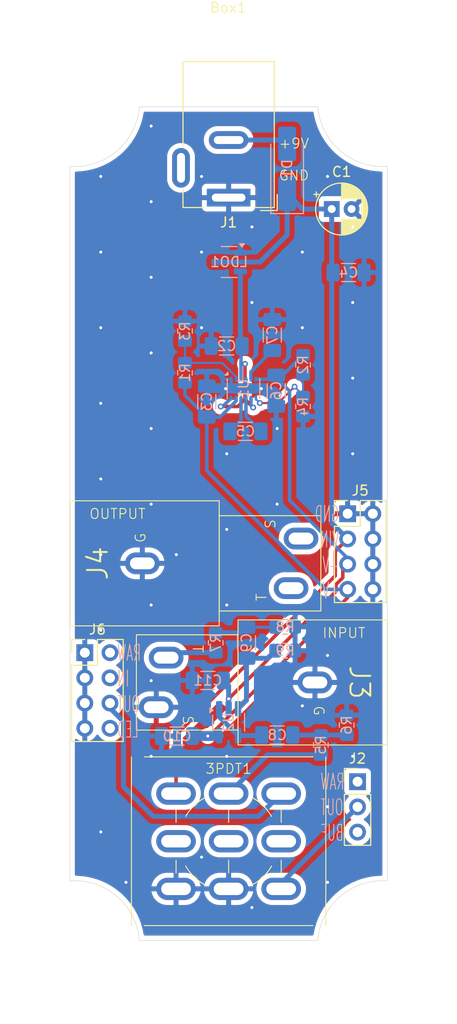
<source format=kicad_pcb>
(kicad_pcb (version 20240108) (generator "pcbnew") (generator_version "8.0")
  (layers (0 "F.Cu" jumper) (1 "In1.Cu" signal) (2 "In2.Cu" signal) (31 "B.Cu" signal) (34 "B.Paste" user) (35 "F.Paste" user) (36 "B.SilkS" user "B.Silkscreen") (37 "F.SilkS" user "F.Silkscreen") (38 "B.Mask" user) (39 "F.Mask" user) (44 "Edge.Cuts" user))
  (net 0 "")
  (net 1 "GND")
  (net 2 "VIN")
  (net 3 "+5V")
  (net 4 "Net-(U1-C+)")
  (net 5 "Net-(U1-C-)")
  (net 6 "+V")
  (net 7 "Net-(D1-A)")
  (net 8 "-V")
  (net 9 "LED")
  (net 10 "Net-(U1-CP)")
  (net 11 "Net-(U2--)")
  (net 12 "OUT^{RAW_OR_BUF}")
  (net 13 "IN^{RAW}")
  (net 14 "OUT^{RAW}")
  (net 16 "BUFFERED")
  (net 17 "IN^{EFF}")
  (net 18 "OUT^{EFF}")
  (net 19 "IN")
  (net 20 "FB+")
  (net 22 "FB-")
  (net 23 "Net-(C8-Pad2)")
  (net 24 "Net-(C9-Pad1)")
  (footprint "Connector_PinHeader_2.54mm:PinHeader_1x03_P2.54mm_Vertical" (layer "F.Cu") (at 113 126)
    (property "Reference" "J2" (at 0 -2.33 0) (layer "F.SilkS"))
    (property "Value" "Conn_01x03_Pin")
    (pad "1" thru_hole rect (at 0 0) (size 1.7 1.7) (drill 1) (layers "*.Cu" "*.Mask" "In3.Cu" "In4.Cu" "In5.Cu" "In6.Cu" "In7.Cu" "In8.Cu" "In9.Cu" "In10.Cu" "In11.Cu" "In12.Cu" "In13.Cu" "In14.Cu" "In15.Cu" "In16.Cu" "In17.Cu" "In18.Cu" "In19.Cu" "In20.Cu" "In21.Cu" "In22.Cu" "In23.Cu" "In24.Cu" "In25.Cu" "In26.Cu" "In27.Cu" "In28.Cu" "In29.Cu" "In30.Cu") (net 13 "IN^{RAW}"))
    (pad "2" thru_hole oval (at 0 2.54) (size 1.7 1.7) (drill 1) (layers "*.Cu" "*.Mask" "In3.Cu" "In4.Cu" "In5.Cu" "In6.Cu" "In7.Cu" "In8.Cu" "In9.Cu" "In10.Cu" "In11.Cu" "In12.Cu" "In13.Cu" "In14.Cu" "In15.Cu" "In16.Cu" "In17.Cu" "In18.Cu" "In19.Cu" "In20.Cu" "In21.Cu" "In22.Cu" "In23.Cu" "In24.Cu" "In25.Cu" "In26.Cu" "In27.Cu" "In28.Cu" "In29.Cu" "In30.Cu") (net 12 "OUT^{RAW_OR_BUF}"))
    (pad "3" thru_hole oval (at 0 5.08) (size 1.7 1.7) (drill 1) (layers "*.Cu" "*.Mask" "In3.Cu" "In4.Cu" "In5.Cu" "In6.Cu" "In7.Cu" "In8.Cu" "In9.Cu" "In10.Cu" "In11.Cu" "In12.Cu" "In13.Cu" "In14.Cu" "In15.Cu" "In16.Cu" "In17.Cu" "In18.Cu" "In19.Cu" "In20.Cu" "In21.Cu" "In22.Cu" "In23.Cu" "In24.Cu" "In25.Cu" "In26.Cu" "In27.Cu" "In28.Cu" "In29.Cu" "In30.Cu") (net 16 "BUFFERED"))
  )
  (footprint "Connector_PinHeader_2.54mm:PinHeader_2x04_P2.54mm_Vertical" (layer "F.Cu") (at 112 99)
    (property "Reference" "J5" (at 1.27 -2.33 0) (layer "F.SilkS"))
    (property "Value" "Conn_02x04_Odd_Even")
    (pad "1" thru_hole rect (at 0 0) (size 1.7 1.7) (drill 1) (layers "*.Cu" "*.Mask" "In3.Cu" "In4.Cu" "In5.Cu" "In6.Cu" "In7.Cu" "In8.Cu" "In9.Cu" "In10.Cu" "In11.Cu" "In12.Cu" "In13.Cu" "In14.Cu" "In15.Cu" "In16.Cu" "In17.Cu" "In18.Cu" "In19.Cu" "In20.Cu" "In21.Cu" "In22.Cu" "In23.Cu" "In24.Cu" "In25.Cu" "In26.Cu" "In27.Cu" "In28.Cu" "In29.Cu" "In30.Cu") (net 1 "GND"))
    (pad "2" thru_hole oval (at 2.54 0) (size 1.7 1.7) (drill 1) (layers "*.Cu" "*.Mask" "In3.Cu" "In4.Cu" "In5.Cu" "In6.Cu" "In7.Cu" "In8.Cu" "In9.Cu" "In10.Cu" "In11.Cu" "In12.Cu" "In13.Cu" "In14.Cu" "In15.Cu" "In16.Cu" "In17.Cu" "In18.Cu" "In19.Cu" "In20.Cu" "In21.Cu" "In22.Cu" "In23.Cu" "In24.Cu" "In25.Cu" "In26.Cu" "In27.Cu" "In28.Cu" "In29.Cu" "In30.Cu") (net 1 "GND"))
    (pad "3" thru_hole oval (at 0 2.54) (size 1.7 1.7) (drill 1) (layers "*.Cu" "*.Mask" "In3.Cu" "In4.Cu" "In5.Cu" "In6.Cu" "In7.Cu" "In8.Cu" "In9.Cu" "In10.Cu" "In11.Cu" "In12.Cu" "In13.Cu" "In14.Cu" "In15.Cu" "In16.Cu" "In17.Cu" "In18.Cu" "In19.Cu" "In20.Cu" "In21.Cu" "In22.Cu" "In23.Cu" "In24.Cu" "In25.Cu" "In26.Cu" "In27.Cu" "In28.Cu" "In29.Cu" "In30.Cu") (net 2 "VIN"))
    (pad "4" thru_hole oval (at 2.54 2.54) (size 1.7 1.7) (drill 1) (layers "*.Cu" "*.Mask" "In3.Cu" "In4.Cu" "In5.Cu" "In6.Cu" "In7.Cu" "In8.Cu" "In9.Cu" "In10.Cu" "In11.Cu" "In12.Cu" "In13.Cu" "In14.Cu" "In15.Cu" "In16.Cu" "In17.Cu" "In18.Cu" "In19.Cu" "In20.Cu" "In21.Cu" "In22.Cu" "In23.Cu" "In24.Cu" "In25.Cu" "In26.Cu" "In27.Cu" "In28.Cu" "In29.Cu" "In30.Cu") (net 1 "GND"))
    (pad "5" thru_hole oval (at 0 5.08) (size 1.7 1.7) (drill 1) (layers "*.Cu" "*.Mask" "In3.Cu" "In4.Cu" "In5.Cu" "In6.Cu" "In7.Cu" "In8.Cu" "In9.Cu" "In10.Cu" "In11.Cu" "In12.Cu" "In13.Cu" "In14.Cu" "In15.Cu" "In16.Cu" "In17.Cu" "In18.Cu" "In19.Cu" "In20.Cu" "In21.Cu" "In22.Cu" "In23.Cu" "In24.Cu" "In25.Cu" "In26.Cu" "In27.Cu" "In28.Cu" "In29.Cu" "In30.Cu") (net 8 "-V"))
    (pad "6" thru_hole oval (at 2.54 5.08) (size 1.7 1.7) (drill 1) (layers "*.Cu" "*.Mask" "In3.Cu" "In4.Cu" "In5.Cu" "In6.Cu" "In7.Cu" "In8.Cu" "In9.Cu" "In10.Cu" "In11.Cu" "In12.Cu" "In13.Cu" "In14.Cu" "In15.Cu" "In16.Cu" "In17.Cu" "In18.Cu" "In19.Cu" "In20.Cu" "In21.Cu" "In22.Cu" "In23.Cu" "In24.Cu" "In25.Cu" "In26.Cu" "In27.Cu" "In28.Cu" "In29.Cu" "In30.Cu") (net 1 "GND"))
    (pad "7" thru_hole oval (at 0 7.62) (size 1.7 1.7) (drill 1) (layers "*.Cu" "*.Mask" "In3.Cu" "In4.Cu" "In5.Cu" "In6.Cu" "In7.Cu" "In8.Cu" "In9.Cu" "In10.Cu" "In11.Cu" "In12.Cu" "In13.Cu" "In14.Cu" "In15.Cu" "In16.Cu" "In17.Cu" "In18.Cu" "In19.Cu" "In20.Cu" "In21.Cu" "In22.Cu" "In23.Cu" "In24.Cu" "In25.Cu" "In26.Cu" "In27.Cu" "In28.Cu" "In29.Cu" "In30.Cu") (net 6 "+V"))
    (pad "8" thru_hole oval (at 2.54 7.62) (size 1.7 1.7) (drill 1) (layers "*.Cu" "*.Mask" "In3.Cu" "In4.Cu" "In5.Cu" "In6.Cu" "In7.Cu" "In8.Cu" "In9.Cu" "In10.Cu" "In11.Cu" "In12.Cu" "In13.Cu" "In14.Cu" "In15.Cu" "In16.Cu" "In17.Cu" "In18.Cu" "In19.Cu" "In20.Cu" "In21.Cu" "In22.Cu" "In23.Cu" "In24.Cu" "In25.Cu" "In26.Cu" "In27.Cu" "In28.Cu" "In29.Cu" "In30.Cu") (net 1 "GND"))
  )
  (footprint "Mylib:1590A" (layer "F.Cu") (at 100 100)
    (property "Reference" "Box1" (at -0.05 -52 0) (layer "F.SilkS") (effects (font (thickness 0.1))))
    (property "Value" "1590A")
  )
  (footprint "Mylib:3PDT-Stomp-Switch" (layer "F.Cu") (at 100 132)
    (property "Reference" "3PDT1" (at 0 -7.3 0) (layer "F.SilkS") (effects (font (thickness 0.1))))
    (property "Value" "StompSwitch")
    (pad "1" thru_hole oval (at -5.3 -4.8) (size 4 2.25) (drill oval 3 1.25) (layers "*.Cu" "*.Mask" "In3.Cu" "In4.Cu" "In5.Cu" "In6.Cu" "In7.Cu" "In8.Cu" "In9.Cu" "In10.Cu" "In11.Cu" "In12.Cu" "In13.Cu" "In14.Cu" "In15.Cu" "In16.Cu" "In17.Cu" "In18.Cu" "In19.Cu" "In20.Cu" "In21.Cu" "In22.Cu" "In23.Cu" "In24.Cu" "In25.Cu" "In26.Cu" "In27.Cu" "In28.Cu" "In29.Cu" "In30.Cu") (net 2 "VIN"))
    (pad "2" thru_hole oval (at -5.3 0) (size 4 2.25) (drill oval 3 1.25) (layers "*.Cu" "*.Mask" "In3.Cu" "In4.Cu" "In5.Cu" "In6.Cu" "In7.Cu" "In8.Cu" "In9.Cu" "In10.Cu" "In11.Cu" "In12.Cu" "In13.Cu" "In14.Cu" "In15.Cu" "In16.Cu" "In17.Cu" "In18.Cu" "In19.Cu" "In20.Cu" "In21.Cu" "In22.Cu" "In23.Cu" "In24.Cu" "In25.Cu" "In26.Cu" "In27.Cu" "In28.Cu" "In29.Cu" "In30.Cu") (net 9 "LED"))
    (pad "3" thru_hole oval (at -5.3 4.8) (size 4 2.25) (drill oval 3 1.25) (layers "*.Cu" "*.Mask" "In3.Cu" "In4.Cu" "In5.Cu" "In6.Cu" "In7.Cu" "In8.Cu" "In9.Cu" "In10.Cu" "In11.Cu" "In12.Cu" "In13.Cu" "In14.Cu" "In15.Cu" "In16.Cu" "In17.Cu" "In18.Cu" "In19.Cu" "In20.Cu" "In21.Cu" "In22.Cu" "In23.Cu" "In24.Cu" "In25.Cu" "In26.Cu" "In27.Cu" "In28.Cu" "In29.Cu" "In30.Cu") (net 1 "GND"))
    (pad "4" thru_hole oval (at 0 -4.8) (size 4 2.25) (drill oval 3 1.25) (layers "*.Cu" "*.Mask" "In3.Cu" "In4.Cu" "In5.Cu" "In6.Cu" "In7.Cu" "In8.Cu" "In9.Cu" "In10.Cu" "In11.Cu" "In12.Cu" "In13.Cu" "In14.Cu" "In15.Cu" "In16.Cu" "In17.Cu" "In18.Cu" "In19.Cu" "In20.Cu" "In21.Cu" "In22.Cu" "In23.Cu" "In24.Cu" "In25.Cu" "In26.Cu" "In27.Cu" "In28.Cu" "In29.Cu" "In30.Cu") (net 16 "BUFFERED"))
    (pad "5" thru_hole oval (at 0 0) (size 4 2.25) (drill oval 3 1.25) (layers "*.Cu" "*.Mask" "In3.Cu" "In4.Cu" "In5.Cu" "In6.Cu" "In7.Cu" "In8.Cu" "In9.Cu" "In10.Cu" "In11.Cu" "In12.Cu" "In13.Cu" "In14.Cu" "In15.Cu" "In16.Cu" "In17.Cu" "In18.Cu" "In19.Cu" "In20.Cu" "In21.Cu" "In22.Cu" "In23.Cu" "In24.Cu" "In25.Cu" "In26.Cu" "In27.Cu" "In28.Cu" "In29.Cu" "In30.Cu") (net 17 "IN^{EFF}"))
    (pad "6" thru_hole oval (at 0 4.8) (size 4 2.25) (drill oval 3 1.25) (layers "*.Cu" "*.Mask" "In3.Cu" "In4.Cu" "In5.Cu" "In6.Cu" "In7.Cu" "In8.Cu" "In9.Cu" "In10.Cu" "In11.Cu" "In12.Cu" "In13.Cu" "In14.Cu" "In15.Cu" "In16.Cu" "In17.Cu" "In18.Cu" "In19.Cu" "In20.Cu" "In21.Cu" "In22.Cu" "In23.Cu" "In24.Cu" "In25.Cu" "In26.Cu" "In27.Cu" "In28.Cu" "In29.Cu" "In30.Cu") (net 1 "GND"))
    (pad "7" thru_hole oval (at 5.3 -4.8) (size 4 2.25) (drill oval 3 1.25) (layers "*.Cu" "*.Mask" "In3.Cu" "In4.Cu" "In5.Cu" "In6.Cu" "In7.Cu" "In8.Cu" "In9.Cu" "In10.Cu" "In11.Cu" "In12.Cu" "In13.Cu" "In14.Cu" "In15.Cu" "In16.Cu" "In17.Cu" "In18.Cu" "In19.Cu" "In20.Cu" "In21.Cu" "In22.Cu" "In23.Cu" "In24.Cu" "In25.Cu" "In26.Cu" "In27.Cu" "In28.Cu" "In29.Cu" "In30.Cu") (net 18 "OUT^{EFF}"))
    (pad "8" thru_hole oval (at 5.3 0) (size 4 2.25) (drill oval 3 1.25) (layers "*.Cu" "*.Mask" "In3.Cu" "In4.Cu" "In5.Cu" "In6.Cu" "In7.Cu" "In8.Cu" "In9.Cu" "In10.Cu" "In11.Cu" "In12.Cu" "In13.Cu" "In14.Cu" "In15.Cu" "In16.Cu" "In17.Cu" "In18.Cu" "In19.Cu" "In20.Cu" "In21.Cu" "In22.Cu" "In23.Cu" "In24.Cu" "In25.Cu" "In26.Cu" "In27.Cu" "In28.Cu" "In29.Cu" "In30.Cu") (net 14 "OUT^{RAW}"))
    (pad "9" thru_hole oval (at 5.3 4.8) (size 4 2.25) (drill oval 3 1.25) (layers "*.Cu" "*.Mask" "In3.Cu" "In4.Cu" "In5.Cu" "In6.Cu" "In7.Cu" "In8.Cu" "In9.Cu" "In10.Cu" "In11.Cu" "In12.Cu" "In13.Cu" "In14.Cu" "In15.Cu" "In16.Cu" "In17.Cu" "In18.Cu" "In19.Cu" "In20.Cu" "In21.Cu" "In22.Cu" "In23.Cu" "In24.Cu" "In25.Cu" "In26.Cu" "In27.Cu" "In28.Cu" "In29.Cu" "In30.Cu") (net 12 "OUT^{RAW_OR_BUF}"))
  )
  (footprint "Connector_PinHeader_2.54mm:PinHeader_2x04_P2.54mm_Vertical" (layer "F.Cu") (at 85.5 113)
    (property "Reference" "J6" (at 1.27 -2.33 0) (layer "F.SilkS"))
    (property "Value" "Conn_02x04_Odd_Even")
    (pad "1" thru_hole rect (at 0 0) (size 1.7 1.7) (drill 1) (layers "*.Cu" "*.Mask" "In3.Cu" "In4.Cu" "In5.Cu" "In6.Cu" "In7.Cu" "In8.Cu" "In9.Cu" "In10.Cu" "In11.Cu" "In12.Cu" "In13.Cu" "In14.Cu" "In15.Cu" "In16.Cu" "In17.Cu" "In18.Cu" "In19.Cu" "In20.Cu" "In21.Cu" "In22.Cu" "In23.Cu" "In24.Cu" "In25.Cu" "In26.Cu" "In27.Cu" "In28.Cu" "In29.Cu" "In30.Cu") (net 1 "GND"))
    (pad "2" thru_hole oval (at 2.54 0) (size 1.7 1.7) (drill 1) (layers "*.Cu" "*.Mask" "In3.Cu" "In4.Cu" "In5.Cu" "In6.Cu" "In7.Cu" "In8.Cu" "In9.Cu" "In10.Cu" "In11.Cu" "In12.Cu" "In13.Cu" "In14.Cu" "In15.Cu" "In16.Cu" "In17.Cu" "In18.Cu" "In19.Cu" "In20.Cu" "In21.Cu" "In22.Cu" "In23.Cu" "In24.Cu" "In25.Cu" "In26.Cu" "In27.Cu" "In28.Cu" "In29.Cu" "In30.Cu") (net 13 "IN^{RAW}"))
    (pad "3" thru_hole oval (at 0 2.54) (size 1.7 1.7) (drill 1) (layers "*.Cu" "*.Mask" "In3.Cu" "In4.Cu" "In5.Cu" "In6.Cu" "In7.Cu" "In8.Cu" "In9.Cu" "In10.Cu" "In11.Cu" "In12.Cu" "In13.Cu" "In14.Cu" "In15.Cu" "In16.Cu" "In17.Cu" "In18.Cu" "In19.Cu" "In20.Cu" "In21.Cu" "In22.Cu" "In23.Cu" "In24.Cu" "In25.Cu" "In26.Cu" "In27.Cu" "In28.Cu" "In29.Cu" "In30.Cu") (net 1 "GND"))
    (pad "4" thru_hole oval (at 2.54 2.54) (size 1.7 1.7) (drill 1) (layers "*.Cu" "*.Mask" "In3.Cu" "In4.Cu" "In5.Cu" "In6.Cu" "In7.Cu" "In8.Cu" "In9.Cu" "In10.Cu" "In11.Cu" "In12.Cu" "In13.Cu" "In14.Cu" "In15.Cu" "In16.Cu" "In17.Cu" "In18.Cu" "In19.Cu" "In20.Cu" "In21.Cu" "In22.Cu" "In23.Cu" "In24.Cu" "In25.Cu" "In26.Cu" "In27.Cu" "In28.Cu" "In29.Cu" "In30.Cu") (net 17 "IN^{EFF}"))
    (pad "5" thru_hole oval (at 0 5.08) (size 1.7 1.7) (drill 1) (layers "*.Cu" "*.Mask" "In3.Cu" "In4.Cu" "In5.Cu" "In6.Cu" "In7.Cu" "In8.Cu" "In9.Cu" "In10.Cu" "In11.Cu" "In12.Cu" "In13.Cu" "In14.Cu" "In15.Cu" "In16.Cu" "In17.Cu" "In18.Cu" "In19.Cu" "In20.Cu" "In21.Cu" "In22.Cu" "In23.Cu" "In24.Cu" "In25.Cu" "In26.Cu" "In27.Cu" "In28.Cu" "In29.Cu" "In30.Cu") (net 1 "GND"))
    (pad "6" thru_hole oval (at 2.54 5.08) (size 1.7 1.7) (drill 1) (layers "*.Cu" "*.Mask" "In3.Cu" "In4.Cu" "In5.Cu" "In6.Cu" "In7.Cu" "In8.Cu" "In9.Cu" "In10.Cu" "In11.Cu" "In12.Cu" "In13.Cu" "In14.Cu" "In15.Cu" "In16.Cu" "In17.Cu" "In18.Cu" "In19.Cu" "In20.Cu" "In21.Cu" "In22.Cu" "In23.Cu" "In24.Cu" "In25.Cu" "In26.Cu" "In27.Cu" "In28.Cu" "In29.Cu" "In30.Cu") (net 18 "OUT^{EFF}"))
    (pad "7" thru_hole oval (at 0 7.62) (size 1.7 1.7) (drill 1) (layers "*.Cu" "*.Mask" "In3.Cu" "In4.Cu" "In5.Cu" "In6.Cu" "In7.Cu" "In8.Cu" "In9.Cu" "In10.Cu" "In11.Cu" "In12.Cu" "In13.Cu" "In14.Cu" "In15.Cu" "In16.Cu" "In17.Cu" "In18.Cu" "In19.Cu" "In20.Cu" "In21.Cu" "In22.Cu" "In23.Cu" "In24.Cu" "In25.Cu" "In26.Cu" "In27.Cu" "In28.Cu" "In29.Cu" "In30.Cu") (net 1 "GND"))
    (pad "8" thru_hole oval (at 2.54 7.62) (size 1.7 1.7) (drill 1) (layers "*.Cu" "*.Mask" "In3.Cu" "In4.Cu" "In5.Cu" "In6.Cu" "In7.Cu" "In8.Cu" "In9.Cu" "In10.Cu" "In11.Cu" "In12.Cu" "In13.Cu" "In14.Cu" "In15.Cu" "In16.Cu" "In17.Cu" "In18.Cu" "In19.Cu" "In20.Cu" "In21.Cu" "In22.Cu" "In23.Cu" "In24.Cu" "In25.Cu" "In26.Cu" "In27.Cu" "In28.Cu" "In29.Cu" "In30.Cu") (net 9 "LED"))
  )
  (footprint "Mylib:CK-6.35" (layer "F.Cu") (at 103.2 116 180)
    (property "Reference" "J3" (at -10 0 -90) (layer "F.SilkS") (effects (font (size 2 2) (thickness 0.2))))
    (property "Value" "AudioJack2_Ground")
    (fp_text user "G" (at -5.3 -2.275 -90) (layer "F.SilkS") (effects (font (thickness 0.1)) (justify left bottom)))
    (fp_text user "T" (at 6.9 3.825 -90) (layer "F.SilkS") (effects (font (thickness 0.1)) (justify left bottom)))
    (fp_text user "S" (at 7.9 -3.275 -90) (layer "F.SilkS") (effects (font (thickness 0.1)) (justify left bottom)))
    (pad "G" thru_hole oval (at -5.5 0 180) (size 3.5 2.2) (drill oval 2.5 1.2) (layers "*.Cu" "*.Mask" "In3.Cu" "In4.Cu" "In5.Cu" "In6.Cu" "In7.Cu" "In8.Cu" "In9.Cu" "In10.Cu" "In11.Cu" "In12.Cu" "In13.Cu" "In14.Cu" "In15.Cu" "In16.Cu" "In17.Cu" "In18.Cu" "In19.Cu" "In20.Cu" "In21.Cu" "In22.Cu" "In23.Cu" "In24.Cu" "In25.Cu" "In26.Cu" "In27.Cu" "In28.Cu" "In29.Cu" "In30.Cu") (net 1 "GND"))
    (pad "S" thru_hole oval (at 10.5 -2.5 180) (size 3.5 2.2) (drill oval 2.5 1.2) (layers "*.Cu" "*.Mask" "In3.Cu" "In4.Cu" "In5.Cu" "In6.Cu" "In7.Cu" "In8.Cu" "In9.Cu" "In10.Cu" "In11.Cu" "In12.Cu" "In13.Cu" "In14.Cu" "In15.Cu" "In16.Cu" "In17.Cu" "In18.Cu" "In19.Cu" "In20.Cu" "In21.Cu" "In22.Cu" "In23.Cu" "In24.Cu" "In25.Cu" "In26.Cu" "In27.Cu" "In28.Cu" "In29.Cu" "In30.Cu") (net 1 "GND"))
    (pad "T" thru_hole oval (at 9.5 2.5 180) (size 3.5 2.2) (drill oval 2.5 1.2) (layers "*.Cu" "*.Mask" "In3.Cu" "In4.Cu" "In5.Cu" "In6.Cu" "In7.Cu" "In8.Cu" "In9.Cu" "In10.Cu" "In11.Cu" "In12.Cu" "In13.Cu" "In14.Cu" "In15.Cu" "In16.Cu" "In17.Cu" "In18.Cu" "In19.Cu" "In20.Cu" "In21.Cu" "In22.Cu" "In23.Cu" "In24.Cu" "In25.Cu" "In26.Cu" "In27.Cu" "In28.Cu" "In29.Cu" "In30.Cu") (net 13 "IN^{RAW}"))
  )
  (footprint "Capacitor_THT:CP_Radial_D5.0mm_P2.00mm" (layer "F.Cu") (at 110.394888 68.3)
    (property "Reference" "C1" (at 1 -3.75 0) (layer "F.SilkS"))
    (property "Value" "47uF")
    (pad "1" thru_hole rect (at 0 0) (size 1.6 1.6) (drill 0.8) (layers "*.Cu" "*.Mask" "In3.Cu" "In4.Cu" "In5.Cu" "In6.Cu" "In7.Cu" "In8.Cu" "In9.Cu" "In10.Cu" "In11.Cu" "In12.Cu" "In13.Cu" "In14.Cu" "In15.Cu" "In16.Cu" "In17.Cu" "In18.Cu" "In19.Cu" "In20.Cu" "In21.Cu" "In22.Cu" "In23.Cu" "In24.Cu" "In25.Cu" "In26.Cu" "In27.Cu" "In28.Cu" "In29.Cu" "In30.Cu") (net 2 "VIN"))
    (pad "2" thru_hole circle (at 2 0) (size 1.6 1.6) (drill 0.8) (layers "*.Cu" "*.Mask" "In3.Cu" "In4.Cu" "In5.Cu" "In6.Cu" "In7.Cu" "In8.Cu" "In9.Cu" "In10.Cu" "In11.Cu" "In12.Cu" "In13.Cu" "In14.Cu" "In15.Cu" "In16.Cu" "In17.Cu" "In18.Cu" "In19.Cu" "In20.Cu" "In21.Cu" "In22.Cu" "In23.Cu" "In24.Cu" "In25.Cu" "In26.Cu" "In27.Cu" "In28.Cu" "In29.Cu" "In30.Cu") (net 1 "GND"))
  )
  (footprint "Connector_BarrelJack:BarrelJack_Wuerth_6941xx301002" (layer "F.Cu") (at 100 67.15 180)
    (property "Reference" "J1" (at 0 -2.5 0) (layer "F.SilkS"))
    (property "Value" "Barrel_Jack_Switch")
    (pad "1" thru_hole rect (at 0 0 180) (size 4.4 1.8) (drill oval 3.4 0.8) (layers "*.Cu" "*.Mask" "In3.Cu" "In4.Cu" "In5.Cu" "In6.Cu" "In7.Cu" "In8.Cu" "In9.Cu" "In10.Cu" "In11.Cu" "In12.Cu" "In13.Cu" "In14.Cu" "In15.Cu" "In16.Cu" "In17.Cu" "In18.Cu" "In19.Cu" "In20.Cu" "In21.Cu" "In22.Cu" "In23.Cu" "In24.Cu" "In25.Cu" "In26.Cu" "In27.Cu" "In28.Cu" "In29.Cu" "In30.Cu") (net 1 "GND"))
    (pad "2" thru_hole oval (at 0 5.8 180) (size 4 1.8) (drill oval 3 0.8) (layers "*.Cu" "*.Mask" "In3.Cu" "In4.Cu" "In5.Cu" "In6.Cu" "In7.Cu" "In8.Cu" "In9.Cu" "In10.Cu" "In11.Cu" "In12.Cu" "In13.Cu" "In14.Cu" "In15.Cu" "In16.Cu" "In17.Cu" "In18.Cu" "In19.Cu" "In20.Cu" "In21.Cu" "In22.Cu" "In23.Cu" "In24.Cu" "In25.Cu" "In26.Cu" "In27.Cu" "In28.Cu" "In29.Cu" "In30.Cu") (net 7 "Net-(D1-A)"))
    (pad "3" thru_hole oval (at 4.8 3 270) (size 4 1.8) (drill oval 3 0.8) (layers "*.Cu" "*.Mask" "In3.Cu" "In4.Cu" "In5.Cu" "In6.Cu" "In7.Cu" "In8.Cu" "In9.Cu" "In10.Cu" "In11.Cu" "In12.Cu" "In13.Cu" "In14.Cu" "In15.Cu" "In16.Cu" "In17.Cu" "In18.Cu" "In19.Cu" "In20.Cu" "In21.Cu" "In22.Cu" "In23.Cu" "In24.Cu" "In25.Cu" "In26.Cu" "In27.Cu" "In28.Cu" "In29.Cu" "In30.Cu"))
  )
  (footprint "Mylib:CK-6.35" (layer "F.Cu") (at 96.8 104)
    (property "Reference" "J4" (at -10 0 90) (layer "F.SilkS") (effects (font (size 2 2) (thickness 0.2))))
    (property "Value" "AudioJack2_Ground")
    (fp_text user "G" (at -5.1 -2 90) (layer "F.SilkS") (effects (font (thickness 0.1)) (justify left bottom)))
    (fp_text user "T" (at 7.1 3.875 90) (layer "F.SilkS") (effects (font (thickness 0.1)) (justify left bottom)))
    (fp_text user "S" (at 8 -3.425 90) (layer "F.SilkS") (effects (font (thickness 0.1)) (justify left bottom)))
    (pad "G" thru_hole oval (at -5.5 0) (size 3.5 2.2) (drill oval 2.5 1.2) (layers "*.Cu" "*.Mask" "In3.Cu" "In4.Cu" "In5.Cu" "In6.Cu" "In7.Cu" "In8.Cu" "In9.Cu" "In10.Cu" "In11.Cu" "In12.Cu" "In13.Cu" "In14.Cu" "In15.Cu" "In16.Cu" "In17.Cu" "In18.Cu" "In19.Cu" "In20.Cu" "In21.Cu" "In22.Cu" "In23.Cu" "In24.Cu" "In25.Cu" "In26.Cu" "In27.Cu" "In28.Cu" "In29.Cu" "In30.Cu") (net 1 "GND"))
    (pad "S" thru_hole oval (at 10.5 -2.5) (size 3.5 2.2) (drill oval 2.5 1.2) (layers "*.Cu" "*.Mask" "In3.Cu" "In4.Cu" "In5.Cu" "In6.Cu" "In7.Cu" "In8.Cu" "In9.Cu" "In10.Cu" "In11.Cu" "In12.Cu" "In13.Cu" "In14.Cu" "In15.Cu" "In16.Cu" "In17.Cu" "In18.Cu" "In19.Cu" "In20.Cu" "In21.Cu" "In22.Cu" "In23.Cu" "In24.Cu" "In25.Cu" "In26.Cu" "In27.Cu" "In28.Cu" "In29.Cu" "In30.Cu"))
    (pad "T" thru_hole oval (at 9.5 2.5) (size 3.5 2.2) (drill oval 2.5 1.2) (layers "*.Cu" "*.Mask" "In3.Cu" "In4.Cu" "In5.Cu" "In6.Cu" "In7.Cu" "In8.Cu" "In9.Cu" "In10.Cu" "In11.Cu" "In12.Cu" "In13.Cu" "In14.Cu" "In15.Cu" "In16.Cu" "In17.Cu" "In18.Cu" "In19.Cu" "In20.Cu" "In21.Cu" "In22.Cu" "In23.Cu" "In24.Cu" "In25.Cu" "In26.Cu" "In27.Cu" "In28.Cu" "In29.Cu" "In30.Cu") (net 14 "OUT^{RAW}"))
  )
  (footprint "Capacitor_SMD:C_1206_3216Metric_Pad1.33x1.80mm_HandSolder" (layer "B.Cu") (at 104.4 81 90)
    (property "Reference" "C7" (at 0 0 90) (layer "B.SilkS") (effects (justify mirror)))
    (property "Value" "4.7uF")
    (pad "1" smd roundrect (at -1.5625 0 90) (size 1.325 1.8) (layers "B.Cu" "B.Paste" "B.Mask") (roundrect_rratio 0.188679) (net 10 "Net-(U1-CP)"))
    (pad "2" smd roundrect (at 1.5625 0 90) (size 1.325 1.8) (layers "B.Cu" "B.Paste" "B.Mask") (roundrect_rratio 0.188679) (net 1 "GND"))
  )
  (footprint "Capacitor_SMD:C_1206_3216Metric_Pad1.33x1.80mm_HandSolder" (layer "B.Cu") (at 99.8 82.1 180)
    (property "Reference" "C2" (at 0 0 0) (layer "B.SilkS") (effects (justify mirror)))
    (property "Value" "4.7uF")
    (pad "1" smd roundrect (at -1.5625 0 180) (size 1.325 1.8) (layers "B.Cu" "B.Paste" "B.Mask") (roundrect_rratio 0.188679) (net 3 "+5V"))
    (pad "2" smd roundrect (at 1.5625 0 180) (size 1.325 1.8) (layers "B.Cu" "B.Paste" "B.Mask") (roundrect_rratio 0.188679) (net 1 "GND"))
  )
  (footprint "Package_SON:WSON-12-1EP_3x2mm_P0.5mm_EP1x2.65" (layer "B.Cu") (at 101.5 86.4 -90)
    (property "Reference" "U1" (at 0 0 90) (layer "B.SilkS") (effects (justify mirror)))
    (property "Value" "LM27762")
    (pad "1" smd roundrect (at -0.95 1.25 270) (size 0.5 0.25) (layers "B.Cu" "B.Paste" "B.Mask") (net 1 "GND"))
    (pad "2" smd roundrect (at -0.95 0.75 270) (size 0.5 0.25) (layers "B.Cu" "B.Paste" "B.Mask") (net 20 "FB+"))
    (pad "3" smd roundrect (at -0.95 0.25 270) (size 0.5 0.25) (layers "B.Cu" "B.Paste" "B.Mask") (net 3 "+5V"))
    (pad "4" smd roundrect (at -0.95 -0.25 270) (size 0.5 0.25) (layers "B.Cu" "B.Paste" "B.Mask") (net 1 "GND"))
    (pad "5" smd roundrect (at -0.95 -0.75 270) (size 0.5 0.25) (layers "B.Cu" "B.Paste" "B.Mask") (net 10 "Net-(U1-CP)"))
    (pad "6" smd roundrect (at -0.95 -1.25 270) (size 0.5 0.25) (layers "B.Cu" "B.Paste" "B.Mask") (net 8 "-V"))
    (pad "7" smd roundrect (at 0.95 -1.25 270) (size 0.5 0.25) (layers "B.Cu" "B.Paste" "B.Mask") (net 22 "FB-"))
    (pad "8" smd roundrect (at 0.95 -0.75 270) (size 0.5 0.25) (layers "B.Cu" "B.Paste" "B.Mask") (net 3 "+5V"))
    (pad "9" smd roundrect (at 0.95 -0.25 270) (size 0.5 0.25) (layers "B.Cu" "B.Paste" "B.Mask") (net 5 "Net-(U1-C-)"))
    (pad "10" smd roundrect (at 0.95 0.25 270) (size 0.5 0.25) (layers "B.Cu" "B.Paste" "B.Mask") (net 4 "Net-(U1-C+)"))
    (pad "11" smd roundrect (at 0.95 0.75 270) (size 0.5 0.25) (layers "B.Cu" "B.Paste" "B.Mask") (net 6 "+V"))
    (pad "12" smd roundrect (at 0.95 1.25 270) (size 0.5 0.25) (layers "B.Cu" "B.Paste" "B.Mask") (net 3 "+5V"))
    (pad "13" smd rect (at 0 0 270) (size 1 2.65) (layers "B.Cu" "B.Mask") (net 1 "GND"))
  )
  (footprint "Resistor_SMD:R_0805_2012Metric_Pad1.20x1.40mm_HandSolder" (layer "B.Cu") (at 107.5 84 -90)
    (property "Reference" "R2" (at 0 0 90) (layer "B.SilkS") (effects (justify mirror)))
    (property "Value" "200k")
    (pad "1" smd roundrect (at -1 0 270) (size 1.2 1.4) (layers "B.Cu" "B.Paste" "B.Mask") (roundrect_rratio 0.208333) (net 8 "-V"))
    (pad "2" smd roundrect (at 1 0 270) (size 1.2 1.4) (layers "B.Cu" "B.Paste" "B.Mask") (roundrect_rratio 0.208333) (net 22 "FB-"))
  )
  (footprint "Capacitor_SMD:C_1206_3216Metric_Pad1.33x1.80mm_HandSolder" (layer "B.Cu") (at 104.9 121.3)
    (property "Reference" "C8" (at 0 0 0) (layer "B.SilkS") (effects (justify mirror)))
    (property "Value" "1uF")
    (pad "1" smd roundrect (at -1.5625 0) (size 1.325 1.8) (layers "B.Cu" "B.Paste" "B.Mask") (roundrect_rratio 0.188679) (net 11 "Net-(U2--)"))
    (pad "2" smd roundrect (at 1.5625 0) (size 1.325 1.8) (layers "B.Cu" "B.Paste" "B.Mask") (roundrect_rratio 0.188679) (net 23 "Net-(C8-Pad2)"))
  )
  (footprint "Capacitor_SMD:C_1206_3216Metric_Pad1.33x1.80mm_HandSolder" (layer "B.Cu") (at 101.7 90.7 180)
    (property "Reference" "C5" (at 0 0 0) (layer "B.SilkS") (effects (justify mirror)))
    (property "Value" "1uF")
    (pad "1" smd roundrect (at -1.5625 0 180) (size 1.325 1.8) (layers "B.Cu" "B.Paste" "B.Mask") (roundrect_rratio 0.188679) (net 5 "Net-(U1-C-)"))
    (pad "2" smd roundrect (at 1.5625 0 180) (size 1.325 1.8) (layers "B.Cu" "B.Paste" "B.Mask") (roundrect_rratio 0.188679) (net 4 "Net-(U1-C+)"))
  )
  (footprint "Capacitor_SMD:C_1206_3216Metric_Pad1.33x1.80mm_HandSolder" (layer "B.Cu") (at 101.8 112 -90)
    (property "Reference" "C9" (at 0 0 90) (layer "B.SilkS") (effects (justify mirror)))
    (property "Value" "0.1uF" (hide yes))
    (pad "1" smd roundrect (at -1.5625 0 270) (size 1.325 1.8) (layers "B.Cu" "B.Paste" "B.Mask") (roundrect_rratio 0.188679) (net 24 "Net-(C9-Pad1)"))
    (pad "2" smd roundrect (at 1.5625 0 270) (size 1.325 1.8) (layers "B.Cu" "B.Paste" "B.Mask") (roundrect_rratio 0.188679) (net 19 "IN"))
  )
  (footprint "Resistor_SMD:R_0805_2012Metric_Pad1.20x1.40mm_HandSolder" (layer "B.Cu") (at 111.9 120.3 90)
    (property "Reference" "R6" (at 0 0 90) (layer "B.SilkS") (effects (justify mirror)))
    (property "Value" "470k")
    (pad "1" smd roundrect (at -1 0 90) (size 1.2 1.4) (layers "B.Cu" "B.Paste" "B.Mask") (roundrect_rratio 0.208333) (net 23 "Net-(C8-Pad2)"))
    (pad "2" smd roundrect (at 1 0 90) (size 1.2 1.4) (layers "B.Cu" "B.Paste" "B.Mask") (roundrect_rratio 0.208333) (net 1 "GND"))
  )
  (footprint "Resistor_SMD:R_0805_2012Metric_Pad1.20x1.40mm_HandSolder" (layer "B.Cu") (at 98.7 112 90)
    (property "Reference" "R7" (at 0 0 90) (layer "B.SilkS") (effects (justify mirror)))
    (property "Value" "10k" (hide yes))
    (pad "1" smd roundrect (at -1 0 90) (size 1.2 1.4) (layers "B.Cu" "B.Paste" "B.Mask") (roundrect_rratio 0.208333) (net 13 "IN^{RAW}"))
    (pad "2" smd roundrect (at 1 0 90) (size 1.2 1.4) (layers "B.Cu" "B.Paste" "B.Mask") (roundrect_rratio 0.208333) (net 24 "Net-(C9-Pad1)"))
  )
  (footprint "Resistor_SMD:R_0805_2012Metric_Pad1.20x1.40mm_HandSolder" (layer "B.Cu") (at 105.7 112.8)
    (property "Reference" "R9" (at 0 0 0) (layer "B.SilkS") (effects (justify mirror)))
    (property "Value" "470k" (hide yes))
    (pad "1" smd roundrect (at -1 0) (size 1.2 1.4) (layers "B.Cu" "B.Paste" "B.Mask") (roundrect_rratio 0.208333) (net 19 "IN"))
    (pad "2" smd roundrect (at 1 0) (size 1.2 1.4) (layers "B.Cu" "B.Paste" "B.Mask") (roundrect_rratio 0.208333) (net 1 "GND"))
  )
  (footprint "Resistor_SMD:R_0805_2012Metric_Pad1.20x1.40mm_HandSolder" (layer "B.Cu") (at 95.6 80.6 90)
    (property "Reference" "R3" (at 0 0 90) (layer "B.SilkS") (effects (justify mirror)))
    (property "Value" "82k")
    (pad "1" smd roundrect (at -1 0 90) (size 1.2 1.4) (layers "B.Cu" "B.Paste" "B.Mask") (roundrect_rratio 0.208333) (net 20 "FB+"))
    (pad "2" smd roundrect (at 1 0 90) (size 1.2 1.4) (layers "B.Cu" "B.Paste" "B.Mask") (roundrect_rratio 0.208333) (net 1 "GND"))
  )
  (footprint "Capacitor_SMD:C_1206_3216Metric_Pad1.33x1.80mm_HandSolder" (layer "B.Cu") (at 97.9 115.8 180)
    (property "Reference" "C11" (at 0 0 0) (layer "B.SilkS") (effects (justify mirror)))
    (property "Value" "0.1uF" (hide yes))
    (pad "1" smd roundrect (at -1.5625 0 180) (size 1.325 1.8) (layers "B.Cu" "B.Paste" "B.Mask") (roundrect_rratio 0.188679) (net 8 "-V"))
    (pad "2" smd roundrect (at 1.5625 0 180) (size 1.325 1.8) (layers "B.Cu" "B.Paste" "B.Mask") (roundrect_rratio 0.188679) (net 1 "GND"))
  )
  (footprint "Resistor_SMD:R_0805_2012Metric_Pad1.20x1.40mm_HandSolder" (layer "B.Cu") (at 95.6 84.8 90)
    (property "Reference" "R1" (at 0 0 90) (layer "B.SilkS") (effects (justify mirror)))
    (property "Value" "200k")
    (pad "1" smd roundrect (at -1 0 90) (size 1.2 1.4) (layers "B.Cu" "B.Paste" "B.Mask") (roundrect_rratio 0.208333) (net 6 "+V"))
    (pad "2" smd roundrect (at 1 0 90) (size 1.2 1.4) (layers "B.Cu" "B.Paste" "B.Mask") (roundrect_rratio 0.208333) (net 20 "FB+"))
  )
  (footprint "Capacitor_SMD:C_1206_3216Metric_Pad1.33x1.80mm_HandSolder" (layer "B.Cu") (at 97.8 87.7 90)
    (property "Reference" "C3" (at 0 0 90) (layer "B.SilkS") (effects (justify mirror)))
    (property "Value" "2.2uF")
    (pad "1" smd roundrect (at -1.5625 0 90) (size 1.325 1.8) (layers "B.Cu" "B.Paste" "B.Mask") (roundrect_rratio 0.188679) (net 6 "+V"))
    (pad "2" smd roundrect (at 1.5625 0 90) (size 1.325 1.8) (layers "B.Cu" "B.Paste" "B.Mask") (roundrect_rratio 0.188679) (net 1 "GND"))
  )
  (footprint "Resistor_SMD:R_0805_2012Metric_Pad1.20x1.40mm_HandSolder" (layer "B.Cu") (at 107.5 88.2 -90)
    (property "Reference" "R4" (at 0 0 90) (layer "B.SilkS") (effects (justify mirror)))
    (property "Value" "82k")
    (pad "1" smd roundrect (at -1 0 270) (size 1.2 1.4) (layers "B.Cu" "B.Paste" "B.Mask") (roundrect_rratio 0.208333) (net 22 "FB-"))
    (pad "2" smd roundrect (at 1 0 270) (size 1.2 1.4) (layers "B.Cu" "B.Paste" "B.Mask") (roundrect_rratio 0.208333) (net 1 "GND"))
  )
  (footprint "Capacitor_SMD:C_1206_3216Metric_Pad1.33x1.80mm_HandSolder" (layer "B.Cu") (at 112.1 74.7)
    (property "Reference" "C4" (at 0 0 0) (layer "B.SilkS") (effects (justify mirror)))
    (property "Value" "1uF")
    (pad "1" smd roundrect (at -1.5625 0) (size 1.325 1.8) (layers "B.Cu" "B.Paste" "B.Mask") (roundrect_rratio 0.188679) (net 2 "VIN"))
    (pad "2" smd roundrect (at 1.5625 0) (size 1.325 1.8) (layers "B.Cu" "B.Paste" "B.Mask") (roundrect_rratio 0.188679) (net 1 "GND"))
  )
  (footprint "Resistor_SMD:R_0805_2012Metric_Pad1.20x1.40mm_HandSolder" (layer "B.Cu") (at 109.3 122.3 -90)
    (property "Reference" "R5" (at 0 0 90) (layer "B.SilkS") (effects (justify mirror)))
    (property "Value" "10k")
    (pad "1" smd roundrect (at -1 0 270) (size 1.2 1.4) (layers "B.Cu" "B.Paste" "B.Mask") (roundrect_rratio 0.208333) (net 23 "Net-(C8-Pad2)"))
    (pad "2" smd roundrect (at 1 0 270) (size 1.2 1.4) (layers "B.Cu" "B.Paste" "B.Mask") (roundrect_rratio 0.208333) (net 16 "BUFFERED"))
  )
  (footprint "Resistor_SMD:R_0805_2012Metric_Pad1.20x1.40mm_HandSolder" (layer "B.Cu") (at 105.7 110.4)
    (property "Reference" "R8" (at 0 0 0) (layer "B.SilkS") (effects (justify mirror)))
    (property "Value" "1M0" (hide yes))
    (pad "1" smd roundrect (at -1 0) (size 1.2 1.4) (layers "B.Cu" "B.Paste" "B.Mask") (roundrect_rratio 0.208333) (net 24 "Net-(C9-Pad1)"))
    (pad "2" smd roundrect (at 1 0) (size 1.2 1.4) (layers "B.Cu" "B.Paste" "B.Mask") (roundrect_rratio 0.208333) (net 1 "GND"))
  )
  (footprint "Capacitor_SMD:C_1206_3216Metric_Pad1.33x1.80mm_HandSolder" (layer "B.Cu") (at 104.8 86.6 -90)
    (property "Reference" "C6" (at 0 0 90) (layer "B.SilkS") (effects (justify mirror)))
    (property "Value" "2.2uF")
    (pad "1" smd roundrect (at -1.5625 0 270) (size 1.325 1.8) (layers "B.Cu" "B.Paste" "B.Mask") (roundrect_rratio 0.188679) (net 8 "-V"))
    (pad "2" smd roundrect (at 1.5625 0 270) (size 1.325 1.8) (layers "B.Cu" "B.Paste" "B.Mask") (roundrect_rratio 0.188679) (net 1 "GND"))
  )
  (footprint "Package_TO_SOT_SMD:SOT-23-5_HandSoldering" (layer "B.Cu") (at 100 120 -90)
    (property "Reference" "U2" (at 0 0 90) (layer "B.SilkS") (effects (justify mirror)))
    (property "Value" "OPA1655" (hide yes))
    (pad "1" smd roundrect (at -1.35 0.95 270) (size 1.56 0.65) (layers "B.Cu" "B.Paste" "B.Mask") (net 11 "Net-(U2--)"))
    (pad "2" smd roundrect (at -1.35 0 270) (size 1.56 0.65) (layers "B.Cu" "B.Paste" "B.Mask") (net 8 "-V"))
    (pad "3" smd roundrect (at -1.35 -0.95 270) (size 1.56 0.65) (layers "B.Cu" "B.Paste" "B.Mask") (net 19 "IN"))
    (pad "4" smd roundrect (at 1.35 -0.95 270) (size 1.56 0.65) (layers "B.Cu" "B.Paste" "B.Mask") (net 11 "Net-(U2--)"))
    (pad "5" smd roundrect (at 1.35 0.95 270) (size 1.56 0.65) (layers "B.Cu" "B.Paste" "B.Mask") (net 6 "+V"))
  )
  (footprint "Capacitor_SMD:C_1206_3216Metric_Pad1.33x1.80mm_HandSolder" (layer "B.Cu") (at 94.8 121.4 180)
    (property "Reference" "C10" (at 0 0 0) (layer "B.SilkS") (effects (justify mirror)))
    (property "Value" "0.1uF" (hide yes))
    (pad "1" smd roundrect (at -1.5625 0 180) (size 1.325 1.8) (layers "B.Cu" "B.Paste" "B.Mask") (roundrect_rratio 0.188679) (net 6 "+V"))
    (pad "2" smd roundrect (at 1.5625 0 180) (size 1.325 1.8) (layers "B.Cu" "B.Paste" "B.Mask") (roundrect_rratio 0.188679) (net 1 "GND"))
  )
  (footprint "Package_TO_SOT_SMD:SOT-23-3" (layer "B.Cu") (at 100.05 73.6375 180)
    (property "Reference" "LDO1" (at 0 0 0) (layer "B.SilkS") (effects (justify mirror)))
    (property "Value" "AP2210")
    (pad "1" smd roundrect (at -1.1375 0.95 180) (size 1.325 0.6) (layers "B.Cu" "B.Paste" "B.Mask") (net 1 "GND"))
    (pad "2" smd roundrect (at -1.1375 -0.95 180) (size 1.325 0.6) (layers "B.Cu" "B.Paste" "B.Mask") (net 3 "+5V"))
    (pad "3" smd roundrect (at 1.1375 0 180) (size 1.325 0.6) (layers "B.Cu" "B.Paste" "B.Mask") (net 2 "VIN"))
  )
  (footprint "Diode_SMD:D_SMA_Handsoldering" (layer "B.Cu") (at 105.9 64.25 90)
    (property "Reference" "D1" (at 0 0 90) (layer "B.SilkS") (effects (justify mirror)))
    (property "Value" "M1")
    (pad "1" smd roundrect (at -2.5 0 90) (size 3.5 1.8) (layers "B.Cu" "B.Paste" "B.Mask") (roundrect_rratio 0.1388888889) (net 2 "VIN"))
    (pad "2" smd roundrect (at 2.5 0 90) (size 3.5 1.8) (layers "B.Cu" "B.Paste" "B.Mask") (roundrect_rratio 0.1388888889) (net 7 "Net-(D1-A)"))
  )
  (gr_arc (start 109 142) (mid 111.257359 137.550253) (end 116 136) (stroke (width 0.05)) (layer "Edge.Cuts"))
  (gr_arc (start 91 58) (mid 88.742641 62.449747) (end 84 64) (stroke (width 0.05)) (layer "Edge.Cuts"))
  (gr_arc (start 116 64) (mid 111.261569 62.444812) (end 109 58) (stroke (width 0.05)) (layer "Edge.Cuts"))
  (gr_line (start 91 142) (end 109 142) (stroke (width 0.05)) (layer "Edge.Cuts"))
  (gr_line (start 116 64) (end 116 136) (stroke (width 0.05)) (layer "Edge.Cuts"))
  (gr_line (start 91 58) (end 109 58) (stroke (width 0.05)) (layer "Edge.Cuts"))
  (gr_line (start 84 136) (end 84 64) (stroke (width 0.05)) (layer "Edge.Cuts"))
  (gr_arc (start 84 136) (mid 88.742641 137.550253) (end 91 142) (stroke (width 0.05)) (layer "Edge.Cuts"))
  (gr_text "GND\nVIN\n-V\n+V" (at 111.2 107.7 0) (layer "B.SilkS") (effects (font (size 1.6 0.8) (thickness 0.1)) (justify left bottom mirror)))
  (gr_text "RAW\nOUT\nBUF" (at 109.2 132.1 0) (layer "B.SilkS") (effects (font (size 1.6 0.8) (thickness 0.1)) (justify right bottom mirror)))
  (gr_text "RAW\nIN\nOUT\nLED" (at 88.7 121.7 0) (layer "B.SilkS") (effects (font (size 1.6 0.8) (thickness 0.1)) (justify right bottom mirror)))
  (gr_text "INPUT" (at 109.4 111.6 0) (layer "F.SilkS") (effects (font (size 1 1) (thickness 0.1)) (justify left bottom)))
  (gr_text "+9V\n\nGND" (at 105 65.5 0) (layer "F.SilkS") (effects (font (size 1 1) (thickness 0.1)) (justify left bottom)))
  (gr_text "OUTPUT" (at 85.9 99.6 0) (layer "F.SilkS") (effects (font (size 1 1) (thickness 0.1)) (justify left bottom)))
  (via (at 102.35 70.0995) (size 0.6) (drill 0.3) (layers "F.Cu" "B.Cu") (net 1))
  (via (at 109.97 128.5195) (size 0.6) (drill 0.3) (layers "F.Cu" "B.Cu") (net 1))
  (via (at 104.89 90.4195) (size 0.6) (drill 0.3) (layers "F.Cu" "B.Cu") (net 1))
  (via (at 99.7 86.4) (size 0.6) (drill 0.3) (layers "F.Cu" "B.Cu") (net 1))
  (via (at 107.43 118.3595) (size 0.6) (drill 0.3) (layers "F.Cu" "B.Cu") (net 1))
  (via (at 92.19 59.9395) (size 0.6) (drill 0.3) (layers "F.Cu" "B.Cu") (net 1))
  (via (at 87.11 95.4995) (size 0.6) (drill 0.3) (layers "F.Cu" "B.Cu") (net 1))
  (via (at 104.89 98.0395) (size 0.6) (drill 0.3) (layers "F.Cu" "B.Cu") (net 1))
  (via (at 89.65 136.1395) (size 0.6) (drill 0.3) (layers "F.Cu" "B.Cu") (net 1))
  (via (at 87.11 87.8795) (size 0.6) (drill 0.3) (layers "F.Cu" "B.Cu") (net 1))
  (via (at 92.19 108.1995) (size 0.6) (drill 0.3) (layers "F.Cu" "B.Cu") (net 1))
  (via (at 109.97 65.0195) (size 0.6) (drill 0.3) (layers "F.Cu" "B.Cu") (net 1))
  (via (at 97.27 80.2595) (size 0.6) (drill 0.3) (layers "F.Cu" "B.Cu") (net 1))
  (via (at 92.19 90.4195) (size 0.6) (drill 0.3) (layers "F.Cu" "B.Cu") (net 1))
  (via (at 102.35 138.6795) (size 0.6) (drill 0.3) (layers "F.Cu" "B.Cu") (net 1))
  (via (at 94.73 103.1195) (size 0.6) (drill 0.3) (layers "F.Cu" "B.Cu") (net 1))
  (via (at 92.19 75.1795) (size 0.6) (drill 0.3) (layers "F.Cu" "B.Cu") (net 1))
  (via (at 97.27 72.6395) (size 0.6) (drill 0.3) (layers "F.Cu" "B.Cu") (net 1))
  (via (at 107.43 80.2595) (size 0.6) (drill 0.3) (layers "F.Cu" "B.Cu") (net 1))
  (via (at 102.35 77.7195) (size 0.6) (drill 0.3) (layers "F.Cu" "B.Cu") (net 1))
  (via (at 112.51 123.4395) (size 0.6) (drill 0.3) (layers "F.Cu" "B.Cu") (net 1))
  (via (at 112.51 92.9595) (size 0.6) (drill 0.3) (layers "F.Cu" "B.Cu") (net 1))
  (via (at 92.19 115.8195) (size 0.6) (drill 0.3) (layers "F.Cu" "B.Cu") (net 1))
  (via (at 99.81 100.5795) (size 0.6) (drill 0.3) (layers "F.Cu" "B.Cu") (net 1))
  (via (at 107.43 72.6395) (size 0.6) (drill 0.3) (layers "F.Cu" "B.Cu") (net 1))
  (via (at 97.27 65.0195) (size 0.6) (drill 0.3) (layers "F.Cu" "B.Cu") (net 1))
  (via (at 87.11 80.2595) (size 0.6) (drill 0.3) (layers "F.Cu" "B.Cu") (net 1))
  (via (at 112.51 70.0995) (size 0.6) (drill 0.3) (layers "F.Cu" "B.Cu") (net 1))
  (via (at 99.81 108.1995) (size 0.6) (drill 0.3) (layers "F.Cu" "B.Cu") (net 1))
  (via (at 87.11 131.0595) (size 0.6) (drill 0.3) (layers "F.Cu" "B.Cu") (net 1))
  (via (at 109.97 113.2795) (size 0.6) (drill 0.3) (layers "F.Cu" "B.Cu") (net 1))
  (via (at 87.11 72.6395) (size 0.6) (drill 0.3) (layers "F.Cu" "B.Cu") (net 1))
  (via (at 87.11 65.0195) (size 0.6) (drill 0.3) (layers "F.Cu" "B.Cu") (net 1))
  (via (at 103.3 86.4) (size 0.6) (drill 0.3) (layers "F.Cu" "B.Cu") (net 1))
  (via (at 112.51 85.3395) (size 0.6) (drill 0.3) (layers "F.Cu" "B.Cu") (net 1))
  (via (at 87.11 110.7395) (size 0.6) (drill 0.3) (layers "F.Cu" "B.Cu") (net 1))
  (via (at 92.19 123.4395) (size 0.6) (drill 0.3) (layers "F.Cu" "B.Cu") (net 1))
  (via (at 109.97 136.1395) (size 0.6) (drill 0.3) (layers "F.Cu" "B.Cu") (net 1))
  (via (at 99.81 92.9595) (size 0.6) (drill 0.3) (layers "F.Cu" "B.Cu") (net 1))
  (via (at 92.19 67.5595) (size 0.6) (drill 0.3) (layers "F.Cu" "B.Cu") (net 1))
  (via (at 112.51 77.7195) (size 0.6) (drill 0.3) (layers "F.Cu" "B.Cu") (net 1))
  (via (at 92.19 98.0395) (size 0.6) (drill 0.3) (layers "F.Cu" "B.Cu") (net 1))
  (via (at 97.27 133.5995) (size 0.6) (drill 0.3) (layers "F.Cu" "B.Cu") (net 1))
  (via (at 87.11 103.1195) (size 0.6) (drill 0.3) (layers "F.Cu" "B.Cu") (net 1))
  (via (at 99.81 123.4395) (size 0.6) (drill 0.3) (layers "F.Cu" "B.Cu") (net 1))
  (via (at 92.19 82.7995) (size 0.6) (drill 0.3) (layers "F.Cu" "B.Cu") (net 1))
  (segment (start 104.8 87.6) (end 104.8 88.1625) (width 1) (layer "B.Cu") (net 1))
  (segment (start 103.55 86.35) (end 104.8 87.6) (width 1) (layer "B.Cu") (net 1))
  (segment (start 97.8 86.1375) (end 98.0125 86.35) (width 1) (layer "B.Cu") (net 1))
  (segment (start 100.25 86.15) (end 100.5 86.4) (width 0.35) (layer "B.Cu") (net 1))
  (segment (start 100.25 85.45) (end 100.25 86.15) (width 0.35) (layer "B.Cu") (net 1))
  (segment (start 101.75 85.45) (end 101.75 86.15) (width 0.35) (layer "B.Cu") (net 1))
  (segment (start 98.0125 86.35) (end 103.55 86.35) (width 1) (layer "B.Cu") (net 1))
  (segment (start 110.75 102.79) (end 110.75 105.25) (width 0.35) (layer "F.Cu") (net 2))
  (segment (start 110.75 105.25) (end 94.7 121.3) (width 0.35) (layer "F.Cu") (net 2))
  (segment (start 94.7 121.3) (end 94.7 127.2) (width 0.35) (layer "F.Cu") (net 2))
  (segment (start 112 101.54) (end 110.75 102.79) (width 0.35) (layer "F.Cu") (net 2))
  (segment (start 105.9 66.75) (end 107.45 68.3) (width 0.5) (layer "B.Cu") (net 2))
  (segment (start 103.1375 73.6375) (end 103.15 73.65) (width 0.5) (layer "B.Cu") (net 2))
  (segment (start 110.394888 99.934888) (end 112 101.54) (width 0.5) (layer "B.Cu") (net 2))
  (segment (start 105.9 66.75) (end 105.9 70.9) (width 0.5) (layer "B.Cu") (net 2))
  (segment (start 103.15 73.65) (end 105.9 70.9) (width 0.5) (layer "B.Cu") (net 2))
  (segment (start 107.45 68.3) (end 110.394888 68.3) (width 0.5) (layer "B.Cu") (net 2))
  (segment (start 98.9125 73.6375) (end 103.1375 73.6375) (width 0.5) (layer "B.Cu") (net 2))
  (segment (start 110.394888 68.3) (end 110.394888 99.934888) (width 0.5) (layer "B.Cu") (net 2))
  (segment (start 101.65 83.9) (end 101.65 87.475) (width 0.35) (layer "F.Cu") (net 3))
  (segment (start 101.65 87.475) (end 102.475 88.3) (width 0.35) (layer "F.Cu") (net 3))
  (segment (start 100.925 88.2) (end 101.65 87.475) (width 0.35) (layer "F.Cu") (net 3))
  (segment (start 99.2 88.2) (end 100.925 88.2) (width 0.35) (layer "F.Cu") (net 3))
  (via (at 101.65 83.9) (size 0.6) (drill 0.3) (layers "F.Cu" "B.Cu") (net 3))
  (via (at 102.475 88.3) (size 0.6) (drill 0.3) (layers "F.Cu" "B.Cu") (net 3))
  (via (at 99.2 88.2) (size 0.6) (drill 0.3) (layers "F.Cu" "B.Cu") (net 3))
  (segment (start 102.25 87.35) (end 102.25 88.075) (width 0.35) (layer "B.Cu") (net 3))
  (segment (start 101.1875 74.5875) (end 101.1875 81.925) (width 0.5) (layer "B.Cu") (net 3))
  (segment (start 101.25 85.45) (end 101.25 82.2125) (width 0.35) (layer "B.Cu") (net 3))
  (segment (start 99.4 88.2) (end 99.2 88.2) (width 0.35) (layer "B.Cu") (net 3))
  (segment (start 102.25 88.075) (end 102.475 88.3) (width 0.35) (layer "B.Cu") (net 3))
  (segment (start 100.25 87.35) (end 99.4 88.2) (width 0.35) (layer "B.Cu") (net 3))
  (segment (start 101.25 89.5875) (end 100.1375 90.7) (width 0.35) (layer "B.Cu") (net 4))
  (segment (start 101.25 87.35) (end 101.25 89.5875) (width 0.35) (layer "B.Cu") (net 4))
  (segment (start 101.75 89.1875) (end 103.2625 90.7) (width 0.35) (layer "B.Cu") (net 5))
  (segment (start 101.75 87.35) (end 101.75 89.1875) (width 0.35) (layer "B.Cu") (net 5))
  (segment (start 98.05 121.4) (end 97.9 121.4) (width 0.35) (layer "F.Cu") (net 6))
  (segment (start 112 106.62) (end 112 107.45) (width 0.35) (layer "F.Cu") (net 6))
  (segment (start 112 107.45) (end 98.05 121.4) (width 0.35) (layer "F.Cu") (net 6))
  (via (at 97.9 121.4) (size 0.6) (drill 0.3) (layers "F.Cu" "B.Cu") (net 6))
  (segment (start 96.3625 121.4) (end 99 121.4) (width 1) (layer "B.Cu") (net 6))
  (segment (start 95.6 87.0625) (end 97.8 89.2625) (width 0.35) (layer "B.Cu") (net 6))
  (segment (start 97.8 89.2625) (end 97.8 94.665254) (width 0.35) (layer "B.Cu") (net 6))
  (segment (start 97.8 89.2625) (end 99.13724 89.2625) (width 0.35) (layer "B.Cu") (net 6))
  (segment (start 95.6 85.8) (end 95.6 87.0625) (width 0.35) (layer "B.Cu") (net 6))
  (segment (start 99.13724 89.2625) (end 100.75 87.64974) (width 0.35) (layer "B.Cu") (net 6))
  (segment (start 100.75 87.64974) (end 100.75 87.35) (width 0.35) (layer "B.Cu") (net 6))
  (segment (start 109.754746 106.62) (end 112 106.62) (width 0.35) (layer "B.Cu") (net 6))
  (segment (start 97.8 94.665254) (end 109.754746 106.62) (width 0.35) (layer "B.Cu") (net 6))
  (segment (start 100 61.35) (end 105.5 61.35) (width 0.5) (layer "B.Cu") (net 7))
  (segment (start 111.513299 105.445) (end 111.513299 104.566701) (width 0.35) (layer "F.Cu") (net 8))
  (segment (start 111.513299 104.566701) (end 112 104.08) (width 0.35) (layer "F.Cu") (net 8))
  (segment (start 111.513299 105.445) (end 110.825 106.133299) (width 0.35) (layer "F.Cu") (net 8))
  (segment (start 110.825 106.133299) (end 110.825 106.825) (width 0.35) (layer "F.Cu") (net 8))
  (segment (start 100 117.65) (end 99.999994 117.65) (width 0.35) (layer "F.Cu") (net 8))
  (segment (start 110.825 106.825) (end 100 117.65) (width 0.35) (layer "F.Cu") (net 8))
  (via (at 99.999994 117.65) (size 0.6) (drill 0.3) (layers "F.Cu" "B.Cu") (net 8))
  (segment (start 106.15 97.65) (end 112 103.5) (width 0.35) (layer "B.Cu") (net 8))
  (segment (start 104.8 85.3) (end 106.15 86.65) (width 0.35) (layer "B.Cu") (net 8))
  (segment (start 100 117.649994) (end 99.999994 117.65) (width 0.5) (layer "B.Cu") (net 8))
  (segment (start 102.75 85.45) (end 104.3875 85.45) (width 0.35) (layer "B.Cu") (net 8))
  (segment (start 100 118.65) (end 100 117.650006) (width 0.5) (layer "B.Cu") (net 8))
  (segment (start 100 116.3375) (end 100 117.649994) (width 0.5) (layer "B.Cu") (net 8))
  (segment (start 100 116.3375) (end 99.4625 115.8) (width 0.3) (layer "B.Cu") (net 8))
  (segment (start 105.4625 85.0375) (end 107.5 83) (width 0.35) (layer "B.Cu") (net 8))
  (segment (start 100 117.650006) (end 99.999994 117.65) (width 0.5) (layer "B.Cu") (net 8))
  (segment (start 106.15 86.65) (end 106.15 97.65) (width 0.35) (layer "B.Cu") (net 8))
  (segment (start 102.25 85.45) (end 102.25 84.7125) (width 0.35) (layer "B.Cu") (net 10))
  (segment (start 102.25 84.7125) (end 104.4 82.5625) (width 0.35) (layer "B.Cu") (net 10))
  (segment (start 99.05 119.45) (end 100.95 121.35) (width 0.5) (layer "B.Cu") (net 11))
  (segment (start 100.95 121.35) (end 103.2875 121.35) (width 0.5) (layer "B.Cu") (net 11))
  (segment (start 99.05 118.65) (end 99.05 119.45) (width 0.3) (layer "B.Cu") (net 11))
  (segment (start 113 128.54) (end 105.3 136.24) (width 0.5) (layer "B.Cu") (net 12))
  (segment (start 98.7 113) (end 94.2 113) (width 0.5) (layer "B.Cu") (net 13))
  (segment (start 100 127.2) (end 103.9 123.3) (width 0.5) (layer "B.Cu") (net 16))
  (segment (start 103.9 123.3) (end 109.3 123.3) (width 0.5) (layer "B.Cu") (net 16))
  (segment (start 87.54 118.08) (end 89.4 119.94) (width 0.5) (layer "B.Cu") (net 18))
  (segment (start 92.4 129.5) (end 103 129.5) (width 0.5) (layer "B.Cu") (net 18))
  (segment (start 89.4 119.94) (end 89.4 126.5) (width 0.5) (layer "B.Cu") (net 18))
  (segment (start 103 129.5) (end 105.3 127.2) (width 0.5) (layer "B.Cu") (net 18))
  (segment (start 89.4 126.5) (end 92.4 129.5) (width 0.5) (layer "B.Cu") (net 18))
  (segment (start 103.9375 113.5625) (end 104.7 112.8) (width 0.5) (layer "B.Cu") (net 19))
  (segment (start 101.8 117.8) (end 100.95 118.65) (width 0.5) (layer "B.Cu") (net 19))
  (segment (start 101.8 113.5625) (end 103.9375 113.5625) (width 0.5) (layer "B.Cu") (net 19))
  (segment (start 101.8 113.5625) (end 101.8 117.8) (width 0.5) (layer "B.Cu") (net 19))
  (segment (start 95.6 83.8) (end 99.349999 83.8) (width 0.2) (layer "B.Cu") (net 20))
  (segment (start 95.6 81.6) (end 95.6 83.8) (width 0.2) (layer "B.Cu") (net 20))
  (segment (start 99.349999 83.8) (end 100.75 85.200001) (width 0.2) (layer "B.Cu") (net 20))
  (segment (start 100.75 85.200001) (end 100.75 85.45) (width 0.2) (layer "B.Cu") (net 20))
  (segment (start 105 87.85) (end 106.65 86.2) (width 0.2) (layer "F.Cu") (net 22))
  (segment (start 103.15 87.85) (end 105 87.85) (width 0.2) (layer "F.Cu") (net 22))
  (via (at 106.65 86.2) (size 0.6) (drill 0.3) (layers "F.Cu" "B.Cu") (net 22))
  (via (at 103.15 87.85) (size 0.6) (drill 0.3) (layers "F.Cu" "B.Cu") (net 22))
  (segment (start 107.5 85) (end 107.5 87.2) (width 0.2) (layer "B.Cu") (net 22))
  (segment (start 107.5 87.05) (end 106.65 86.2) (width 0.2) (layer "B.Cu") (net 22))
  (segment (start 102.75 87.45) (end 103.15 87.85) (width 0.2) (layer "B.Cu") (net 22))
  (segment (start 106.4625 121.3) (end 111.9 121.3) (width 0.5) (layer "B.Cu") (net 23))
  (segment (start 101.2375 111) (end 101.8 110.4375) (width 0.3) (layer "B.Cu") (net 24))
  (segment (start 98.7 111) (end 101.2375 111) (width 0.5) (layer "B.Cu") (net 24))
  (segment (start 101.8 110.4375) (end 104.6625 110.4375) (width 0.3) (layer "B.Cu") (net 24))
  (zone (net 1) (net_name "GND") (layers "F.Cu" "In1.Cu" "In2.Cu" "B.Cu") (connect_pads (clearance 0.5)) (min_thickness 0.25) (fill yes (thermal_gap 0.5) (thermal_bridge_width 0.5) (smoothing fillet) (radius 1))
    (polygon (pts (xy 80.7 50) (xy 119.3 50) (xy 119.3 150) (xy 80.7 150)))
  )
)
</source>
